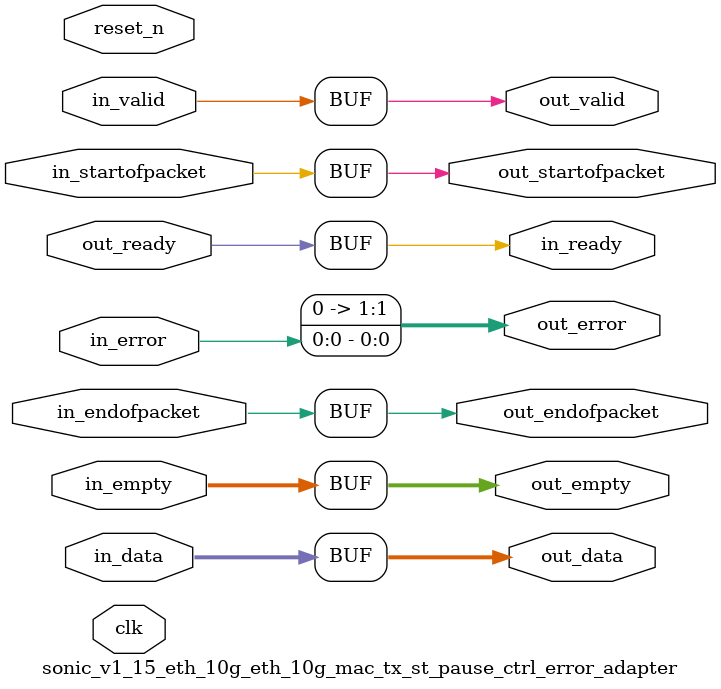
<source format=v>

`timescale 1ns / 100ps
module sonic_v1_15_eth_10g_eth_10g_mac_tx_st_pause_ctrl_error_adapter (
    
      // Interface: clk
      input              clk,
      // Interface: reset
      input              reset_n,
      // Interface: in
      output reg         in_ready,
      input              in_valid,
      input      [63: 0] in_data,
      input      [ 0: 0] in_error,
      input              in_startofpacket,
      input              in_endofpacket,
      input      [ 2: 0] in_empty,
      // Interface: out
      input              out_ready,
      output reg         out_valid,
      output reg [63: 0] out_data,
      output reg [ 1: 0] out_error,
      output reg         out_startofpacket,
      output reg         out_endofpacket,
      output reg [ 2: 0] out_empty
);



   // ---------------------------------------------------------------------
   //| Pass-through Mapping
   // ---------------------------------------------------------------------
   always @* begin
      in_ready = out_ready;
      out_valid = in_valid;
      out_data = in_data;
      out_startofpacket = in_startofpacket;
      out_endofpacket = in_endofpacket;
      out_empty = in_empty;

   end

   // ---------------------------------------------------------------------
   //| Error Mapping
   // ---------------------------------------------------------------------
   always @* begin
      out_error = 0;
      
      out_error = in_error;
   end
endmodule
</source>
